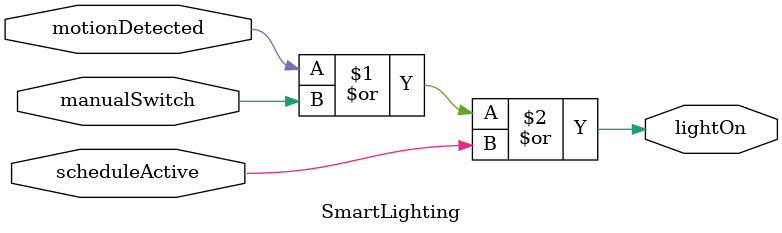
<source format=v>
module SmartLighting(
    input wire motionDetected,
    input wire manualSwitch,
    input wire scheduleActive,
    output wire lightOn
);
    assign lightOn = motionDetected | manualSwitch | scheduleActive;
endmodule
</source>
